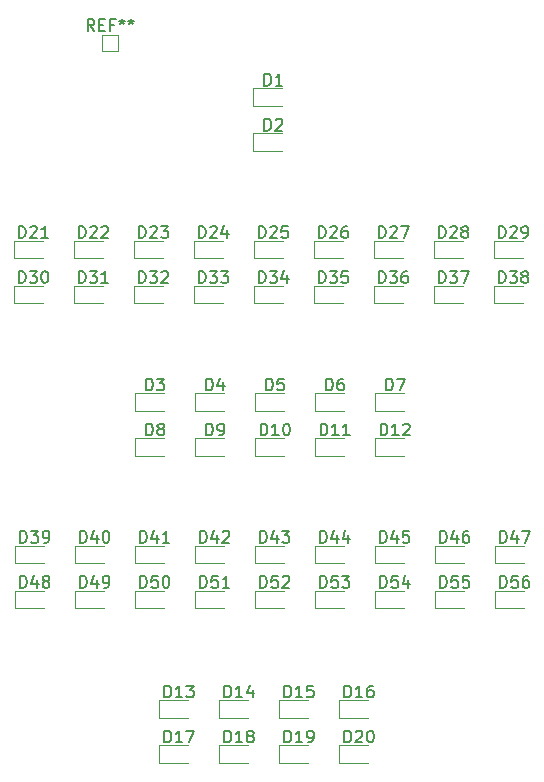
<source format=gbr>
%TF.GenerationSoftware,KiCad,Pcbnew,(6.0.2)*%
%TF.CreationDate,2022-03-28T13:54:43-07:00*%
%TF.ProjectId,i-fucking-love-fucking-you,692d6675-636b-4696-9e67-2d6c6f76652d,rev?*%
%TF.SameCoordinates,Original*%
%TF.FileFunction,Legend,Top*%
%TF.FilePolarity,Positive*%
%FSLAX46Y46*%
G04 Gerber Fmt 4.6, Leading zero omitted, Abs format (unit mm)*
G04 Created by KiCad (PCBNEW (6.0.2)) date 2022-03-28 13:54:43*
%MOMM*%
%LPD*%
G01*
G04 APERTURE LIST*
%ADD10C,0.150000*%
%ADD11C,0.120000*%
G04 APERTURE END LIST*
D10*
%TO.C,*%
%TO.C,D54*%
X179465714Y-192567097D02*
X179465714Y-191567097D01*
X179703809Y-191567097D01*
X179846666Y-191614717D01*
X179941904Y-191709955D01*
X179989523Y-191805193D01*
X180037142Y-191995669D01*
X180037142Y-192138526D01*
X179989523Y-192329002D01*
X179941904Y-192424240D01*
X179846666Y-192519478D01*
X179703809Y-192567097D01*
X179465714Y-192567097D01*
X180941904Y-191567097D02*
X180465714Y-191567097D01*
X180418095Y-192043288D01*
X180465714Y-191995669D01*
X180560952Y-191948050D01*
X180799047Y-191948050D01*
X180894285Y-191995669D01*
X180941904Y-192043288D01*
X180989523Y-192138526D01*
X180989523Y-192376621D01*
X180941904Y-192471859D01*
X180894285Y-192519478D01*
X180799047Y-192567097D01*
X180560952Y-192567097D01*
X180465714Y-192519478D01*
X180418095Y-192471859D01*
X181846666Y-191900431D02*
X181846666Y-192567097D01*
X181608571Y-191519478D02*
X181370476Y-192233764D01*
X181989523Y-192233764D01*
%TO.C,D34*%
X169205714Y-166757097D02*
X169205714Y-165757097D01*
X169443809Y-165757097D01*
X169586666Y-165804717D01*
X169681904Y-165899955D01*
X169729523Y-165995193D01*
X169777142Y-166185669D01*
X169777142Y-166328526D01*
X169729523Y-166519002D01*
X169681904Y-166614240D01*
X169586666Y-166709478D01*
X169443809Y-166757097D01*
X169205714Y-166757097D01*
X170110476Y-165757097D02*
X170729523Y-165757097D01*
X170396190Y-166138050D01*
X170539047Y-166138050D01*
X170634285Y-166185669D01*
X170681904Y-166233288D01*
X170729523Y-166328526D01*
X170729523Y-166566621D01*
X170681904Y-166661859D01*
X170634285Y-166709478D01*
X170539047Y-166757097D01*
X170253333Y-166757097D01*
X170158095Y-166709478D01*
X170110476Y-166661859D01*
X171586666Y-166090431D02*
X171586666Y-166757097D01*
X171348571Y-165709478D02*
X171110476Y-166423764D01*
X171729523Y-166423764D01*
%TO.C,REF\u002A\u002A*%
X155266666Y-145439097D02*
X154933333Y-144962907D01*
X154695238Y-145439097D02*
X154695238Y-144439097D01*
X155076190Y-144439097D01*
X155171428Y-144486717D01*
X155219047Y-144534336D01*
X155266666Y-144629574D01*
X155266666Y-144772431D01*
X155219047Y-144867669D01*
X155171428Y-144915288D01*
X155076190Y-144962907D01*
X154695238Y-144962907D01*
X155695238Y-144915288D02*
X156028571Y-144915288D01*
X156171428Y-145439097D02*
X155695238Y-145439097D01*
X155695238Y-144439097D01*
X156171428Y-144439097D01*
X156933333Y-144915288D02*
X156600000Y-144915288D01*
X156600000Y-145439097D02*
X156600000Y-144439097D01*
X157076190Y-144439097D01*
X157600000Y-144439097D02*
X157600000Y-144677193D01*
X157361904Y-144581955D02*
X157600000Y-144677193D01*
X157838095Y-144581955D01*
X157457142Y-144867669D02*
X157600000Y-144677193D01*
X157742857Y-144867669D01*
X158361904Y-144439097D02*
X158361904Y-144677193D01*
X158123809Y-144581955D02*
X158361904Y-144677193D01*
X158600000Y-144581955D01*
X158219047Y-144867669D02*
X158361904Y-144677193D01*
X158504761Y-144867669D01*
%TO.C,D20*%
X176445714Y-205667097D02*
X176445714Y-204667097D01*
X176683809Y-204667097D01*
X176826666Y-204714717D01*
X176921904Y-204809955D01*
X176969523Y-204905193D01*
X177017142Y-205095669D01*
X177017142Y-205238526D01*
X176969523Y-205429002D01*
X176921904Y-205524240D01*
X176826666Y-205619478D01*
X176683809Y-205667097D01*
X176445714Y-205667097D01*
X177398095Y-204762336D02*
X177445714Y-204714717D01*
X177540952Y-204667097D01*
X177779047Y-204667097D01*
X177874285Y-204714717D01*
X177921904Y-204762336D01*
X177969523Y-204857574D01*
X177969523Y-204952812D01*
X177921904Y-205095669D01*
X177350476Y-205667097D01*
X177969523Y-205667097D01*
X178588571Y-204667097D02*
X178683809Y-204667097D01*
X178779047Y-204714717D01*
X178826666Y-204762336D01*
X178874285Y-204857574D01*
X178921904Y-205048050D01*
X178921904Y-205286145D01*
X178874285Y-205476621D01*
X178826666Y-205571859D01*
X178779047Y-205619478D01*
X178683809Y-205667097D01*
X178588571Y-205667097D01*
X178493333Y-205619478D01*
X178445714Y-205571859D01*
X178398095Y-205476621D01*
X178350476Y-205286145D01*
X178350476Y-205048050D01*
X178398095Y-204857574D01*
X178445714Y-204762336D01*
X178493333Y-204714717D01*
X178588571Y-204667097D01*
%TO.C,D44*%
X174385714Y-188757097D02*
X174385714Y-187757097D01*
X174623809Y-187757097D01*
X174766666Y-187804717D01*
X174861904Y-187899955D01*
X174909523Y-187995193D01*
X174957142Y-188185669D01*
X174957142Y-188328526D01*
X174909523Y-188519002D01*
X174861904Y-188614240D01*
X174766666Y-188709478D01*
X174623809Y-188757097D01*
X174385714Y-188757097D01*
X175814285Y-188090431D02*
X175814285Y-188757097D01*
X175576190Y-187709478D02*
X175338095Y-188423764D01*
X175957142Y-188423764D01*
X176766666Y-188090431D02*
X176766666Y-188757097D01*
X176528571Y-187709478D02*
X176290476Y-188423764D01*
X176909523Y-188423764D01*
%TO.C,D49*%
X154065714Y-192567097D02*
X154065714Y-191567097D01*
X154303809Y-191567097D01*
X154446666Y-191614717D01*
X154541904Y-191709955D01*
X154589523Y-191805193D01*
X154637142Y-191995669D01*
X154637142Y-192138526D01*
X154589523Y-192329002D01*
X154541904Y-192424240D01*
X154446666Y-192519478D01*
X154303809Y-192567097D01*
X154065714Y-192567097D01*
X155494285Y-191900431D02*
X155494285Y-192567097D01*
X155256190Y-191519478D02*
X155018095Y-192233764D01*
X155637142Y-192233764D01*
X156065714Y-192567097D02*
X156256190Y-192567097D01*
X156351428Y-192519478D01*
X156399047Y-192471859D01*
X156494285Y-192329002D01*
X156541904Y-192138526D01*
X156541904Y-191757574D01*
X156494285Y-191662336D01*
X156446666Y-191614717D01*
X156351428Y-191567097D01*
X156160952Y-191567097D01*
X156065714Y-191614717D01*
X156018095Y-191662336D01*
X155970476Y-191757574D01*
X155970476Y-191995669D01*
X156018095Y-192090907D01*
X156065714Y-192138526D01*
X156160952Y-192186145D01*
X156351428Y-192186145D01*
X156446666Y-192138526D01*
X156494285Y-192090907D01*
X156541904Y-191995669D01*
%TO.C,D10*%
X169345714Y-179667097D02*
X169345714Y-178667097D01*
X169583809Y-178667097D01*
X169726666Y-178714717D01*
X169821904Y-178809955D01*
X169869523Y-178905193D01*
X169917142Y-179095669D01*
X169917142Y-179238526D01*
X169869523Y-179429002D01*
X169821904Y-179524240D01*
X169726666Y-179619478D01*
X169583809Y-179667097D01*
X169345714Y-179667097D01*
X170869523Y-179667097D02*
X170298095Y-179667097D01*
X170583809Y-179667097D02*
X170583809Y-178667097D01*
X170488571Y-178809955D01*
X170393333Y-178905193D01*
X170298095Y-178952812D01*
X171488571Y-178667097D02*
X171583809Y-178667097D01*
X171679047Y-178714717D01*
X171726666Y-178762336D01*
X171774285Y-178857574D01*
X171821904Y-179048050D01*
X171821904Y-179286145D01*
X171774285Y-179476621D01*
X171726666Y-179571859D01*
X171679047Y-179619478D01*
X171583809Y-179667097D01*
X171488571Y-179667097D01*
X171393333Y-179619478D01*
X171345714Y-179571859D01*
X171298095Y-179476621D01*
X171250476Y-179286145D01*
X171250476Y-179048050D01*
X171298095Y-178857574D01*
X171345714Y-178762336D01*
X171393333Y-178714717D01*
X171488571Y-178667097D01*
%TO.C,*%
%TO.C,D28*%
X184445714Y-162947097D02*
X184445714Y-161947097D01*
X184683809Y-161947097D01*
X184826666Y-161994717D01*
X184921904Y-162089955D01*
X184969523Y-162185193D01*
X185017142Y-162375669D01*
X185017142Y-162518526D01*
X184969523Y-162709002D01*
X184921904Y-162804240D01*
X184826666Y-162899478D01*
X184683809Y-162947097D01*
X184445714Y-162947097D01*
X185398095Y-162042336D02*
X185445714Y-161994717D01*
X185540952Y-161947097D01*
X185779047Y-161947097D01*
X185874285Y-161994717D01*
X185921904Y-162042336D01*
X185969523Y-162137574D01*
X185969523Y-162232812D01*
X185921904Y-162375669D01*
X185350476Y-162947097D01*
X185969523Y-162947097D01*
X186540952Y-162375669D02*
X186445714Y-162328050D01*
X186398095Y-162280431D01*
X186350476Y-162185193D01*
X186350476Y-162137574D01*
X186398095Y-162042336D01*
X186445714Y-161994717D01*
X186540952Y-161947097D01*
X186731428Y-161947097D01*
X186826666Y-161994717D01*
X186874285Y-162042336D01*
X186921904Y-162137574D01*
X186921904Y-162185193D01*
X186874285Y-162280431D01*
X186826666Y-162328050D01*
X186731428Y-162375669D01*
X186540952Y-162375669D01*
X186445714Y-162423288D01*
X186398095Y-162470907D01*
X186350476Y-162566145D01*
X186350476Y-162756621D01*
X186398095Y-162851859D01*
X186445714Y-162899478D01*
X186540952Y-162947097D01*
X186731428Y-162947097D01*
X186826666Y-162899478D01*
X186874285Y-162851859D01*
X186921904Y-162756621D01*
X186921904Y-162566145D01*
X186874285Y-162470907D01*
X186826666Y-162423288D01*
X186731428Y-162375669D01*
%TO.C,D25*%
X169205714Y-162947097D02*
X169205714Y-161947097D01*
X169443809Y-161947097D01*
X169586666Y-161994717D01*
X169681904Y-162089955D01*
X169729523Y-162185193D01*
X169777142Y-162375669D01*
X169777142Y-162518526D01*
X169729523Y-162709002D01*
X169681904Y-162804240D01*
X169586666Y-162899478D01*
X169443809Y-162947097D01*
X169205714Y-162947097D01*
X170158095Y-162042336D02*
X170205714Y-161994717D01*
X170300952Y-161947097D01*
X170539047Y-161947097D01*
X170634285Y-161994717D01*
X170681904Y-162042336D01*
X170729523Y-162137574D01*
X170729523Y-162232812D01*
X170681904Y-162375669D01*
X170110476Y-162947097D01*
X170729523Y-162947097D01*
X171634285Y-161947097D02*
X171158095Y-161947097D01*
X171110476Y-162423288D01*
X171158095Y-162375669D01*
X171253333Y-162328050D01*
X171491428Y-162328050D01*
X171586666Y-162375669D01*
X171634285Y-162423288D01*
X171681904Y-162518526D01*
X171681904Y-162756621D01*
X171634285Y-162851859D01*
X171586666Y-162899478D01*
X171491428Y-162947097D01*
X171253333Y-162947097D01*
X171158095Y-162899478D01*
X171110476Y-162851859D01*
%TO.C,D43*%
X169305714Y-188757097D02*
X169305714Y-187757097D01*
X169543809Y-187757097D01*
X169686666Y-187804717D01*
X169781904Y-187899955D01*
X169829523Y-187995193D01*
X169877142Y-188185669D01*
X169877142Y-188328526D01*
X169829523Y-188519002D01*
X169781904Y-188614240D01*
X169686666Y-188709478D01*
X169543809Y-188757097D01*
X169305714Y-188757097D01*
X170734285Y-188090431D02*
X170734285Y-188757097D01*
X170496190Y-187709478D02*
X170258095Y-188423764D01*
X170877142Y-188423764D01*
X171162857Y-187757097D02*
X171781904Y-187757097D01*
X171448571Y-188138050D01*
X171591428Y-188138050D01*
X171686666Y-188185669D01*
X171734285Y-188233288D01*
X171781904Y-188328526D01*
X171781904Y-188566621D01*
X171734285Y-188661859D01*
X171686666Y-188709478D01*
X171591428Y-188757097D01*
X171305714Y-188757097D01*
X171210476Y-188709478D01*
X171162857Y-188661859D01*
%TO.C,*%
%TO.C,D31*%
X153965714Y-166757097D02*
X153965714Y-165757097D01*
X154203809Y-165757097D01*
X154346666Y-165804717D01*
X154441904Y-165899955D01*
X154489523Y-165995193D01*
X154537142Y-166185669D01*
X154537142Y-166328526D01*
X154489523Y-166519002D01*
X154441904Y-166614240D01*
X154346666Y-166709478D01*
X154203809Y-166757097D01*
X153965714Y-166757097D01*
X154870476Y-165757097D02*
X155489523Y-165757097D01*
X155156190Y-166138050D01*
X155299047Y-166138050D01*
X155394285Y-166185669D01*
X155441904Y-166233288D01*
X155489523Y-166328526D01*
X155489523Y-166566621D01*
X155441904Y-166661859D01*
X155394285Y-166709478D01*
X155299047Y-166757097D01*
X155013333Y-166757097D01*
X154918095Y-166709478D01*
X154870476Y-166661859D01*
X156441904Y-166757097D02*
X155870476Y-166757097D01*
X156156190Y-166757097D02*
X156156190Y-165757097D01*
X156060952Y-165899955D01*
X155965714Y-165995193D01*
X155870476Y-166042812D01*
%TO.C,*%
%TO.C,D6*%
X174901904Y-175857097D02*
X174901904Y-174857097D01*
X175140000Y-174857097D01*
X175282857Y-174904717D01*
X175378095Y-174999955D01*
X175425714Y-175095193D01*
X175473333Y-175285669D01*
X175473333Y-175428526D01*
X175425714Y-175619002D01*
X175378095Y-175714240D01*
X175282857Y-175809478D01*
X175140000Y-175857097D01*
X174901904Y-175857097D01*
X176330476Y-174857097D02*
X176140000Y-174857097D01*
X176044761Y-174904717D01*
X175997142Y-174952336D01*
X175901904Y-175095193D01*
X175854285Y-175285669D01*
X175854285Y-175666621D01*
X175901904Y-175761859D01*
X175949523Y-175809478D01*
X176044761Y-175857097D01*
X176235238Y-175857097D01*
X176330476Y-175809478D01*
X176378095Y-175761859D01*
X176425714Y-175666621D01*
X176425714Y-175428526D01*
X176378095Y-175333288D01*
X176330476Y-175285669D01*
X176235238Y-175238050D01*
X176044761Y-175238050D01*
X175949523Y-175285669D01*
X175901904Y-175333288D01*
X175854285Y-175428526D01*
%TO.C,D29*%
X189525714Y-162947097D02*
X189525714Y-161947097D01*
X189763809Y-161947097D01*
X189906666Y-161994717D01*
X190001904Y-162089955D01*
X190049523Y-162185193D01*
X190097142Y-162375669D01*
X190097142Y-162518526D01*
X190049523Y-162709002D01*
X190001904Y-162804240D01*
X189906666Y-162899478D01*
X189763809Y-162947097D01*
X189525714Y-162947097D01*
X190478095Y-162042336D02*
X190525714Y-161994717D01*
X190620952Y-161947097D01*
X190859047Y-161947097D01*
X190954285Y-161994717D01*
X191001904Y-162042336D01*
X191049523Y-162137574D01*
X191049523Y-162232812D01*
X191001904Y-162375669D01*
X190430476Y-162947097D01*
X191049523Y-162947097D01*
X191525714Y-162947097D02*
X191716190Y-162947097D01*
X191811428Y-162899478D01*
X191859047Y-162851859D01*
X191954285Y-162709002D01*
X192001904Y-162518526D01*
X192001904Y-162137574D01*
X191954285Y-162042336D01*
X191906666Y-161994717D01*
X191811428Y-161947097D01*
X191620952Y-161947097D01*
X191525714Y-161994717D01*
X191478095Y-162042336D01*
X191430476Y-162137574D01*
X191430476Y-162375669D01*
X191478095Y-162470907D01*
X191525714Y-162518526D01*
X191620952Y-162566145D01*
X191811428Y-162566145D01*
X191906666Y-162518526D01*
X191954285Y-162470907D01*
X192001904Y-162375669D01*
%TO.C,D1*%
X169661904Y-150057097D02*
X169661904Y-149057097D01*
X169900000Y-149057097D01*
X170042857Y-149104717D01*
X170138095Y-149199955D01*
X170185714Y-149295193D01*
X170233333Y-149485669D01*
X170233333Y-149628526D01*
X170185714Y-149819002D01*
X170138095Y-149914240D01*
X170042857Y-150009478D01*
X169900000Y-150057097D01*
X169661904Y-150057097D01*
X171185714Y-150057097D02*
X170614285Y-150057097D01*
X170900000Y-150057097D02*
X170900000Y-149057097D01*
X170804761Y-149199955D01*
X170709523Y-149295193D01*
X170614285Y-149342812D01*
%TO.C,*%
%TO.C,D3*%
X159661904Y-175857097D02*
X159661904Y-174857097D01*
X159900000Y-174857097D01*
X160042857Y-174904717D01*
X160138095Y-174999955D01*
X160185714Y-175095193D01*
X160233333Y-175285669D01*
X160233333Y-175428526D01*
X160185714Y-175619002D01*
X160138095Y-175714240D01*
X160042857Y-175809478D01*
X159900000Y-175857097D01*
X159661904Y-175857097D01*
X160566666Y-174857097D02*
X161185714Y-174857097D01*
X160852380Y-175238050D01*
X160995238Y-175238050D01*
X161090476Y-175285669D01*
X161138095Y-175333288D01*
X161185714Y-175428526D01*
X161185714Y-175666621D01*
X161138095Y-175761859D01*
X161090476Y-175809478D01*
X160995238Y-175857097D01*
X160709523Y-175857097D01*
X160614285Y-175809478D01*
X160566666Y-175761859D01*
%TO.C,*%
%TO.C,D33*%
X164125714Y-166757097D02*
X164125714Y-165757097D01*
X164363809Y-165757097D01*
X164506666Y-165804717D01*
X164601904Y-165899955D01*
X164649523Y-165995193D01*
X164697142Y-166185669D01*
X164697142Y-166328526D01*
X164649523Y-166519002D01*
X164601904Y-166614240D01*
X164506666Y-166709478D01*
X164363809Y-166757097D01*
X164125714Y-166757097D01*
X165030476Y-165757097D02*
X165649523Y-165757097D01*
X165316190Y-166138050D01*
X165459047Y-166138050D01*
X165554285Y-166185669D01*
X165601904Y-166233288D01*
X165649523Y-166328526D01*
X165649523Y-166566621D01*
X165601904Y-166661859D01*
X165554285Y-166709478D01*
X165459047Y-166757097D01*
X165173333Y-166757097D01*
X165078095Y-166709478D01*
X165030476Y-166661859D01*
X165982857Y-165757097D02*
X166601904Y-165757097D01*
X166268571Y-166138050D01*
X166411428Y-166138050D01*
X166506666Y-166185669D01*
X166554285Y-166233288D01*
X166601904Y-166328526D01*
X166601904Y-166566621D01*
X166554285Y-166661859D01*
X166506666Y-166709478D01*
X166411428Y-166757097D01*
X166125714Y-166757097D01*
X166030476Y-166709478D01*
X165982857Y-166661859D01*
%TO.C,D52*%
X169305714Y-192567097D02*
X169305714Y-191567097D01*
X169543809Y-191567097D01*
X169686666Y-191614717D01*
X169781904Y-191709955D01*
X169829523Y-191805193D01*
X169877142Y-191995669D01*
X169877142Y-192138526D01*
X169829523Y-192329002D01*
X169781904Y-192424240D01*
X169686666Y-192519478D01*
X169543809Y-192567097D01*
X169305714Y-192567097D01*
X170781904Y-191567097D02*
X170305714Y-191567097D01*
X170258095Y-192043288D01*
X170305714Y-191995669D01*
X170400952Y-191948050D01*
X170639047Y-191948050D01*
X170734285Y-191995669D01*
X170781904Y-192043288D01*
X170829523Y-192138526D01*
X170829523Y-192376621D01*
X170781904Y-192471859D01*
X170734285Y-192519478D01*
X170639047Y-192567097D01*
X170400952Y-192567097D01*
X170305714Y-192519478D01*
X170258095Y-192471859D01*
X171210476Y-191662336D02*
X171258095Y-191614717D01*
X171353333Y-191567097D01*
X171591428Y-191567097D01*
X171686666Y-191614717D01*
X171734285Y-191662336D01*
X171781904Y-191757574D01*
X171781904Y-191852812D01*
X171734285Y-191995669D01*
X171162857Y-192567097D01*
X171781904Y-192567097D01*
%TO.C,D21*%
X148885714Y-162947097D02*
X148885714Y-161947097D01*
X149123809Y-161947097D01*
X149266666Y-161994717D01*
X149361904Y-162089955D01*
X149409523Y-162185193D01*
X149457142Y-162375669D01*
X149457142Y-162518526D01*
X149409523Y-162709002D01*
X149361904Y-162804240D01*
X149266666Y-162899478D01*
X149123809Y-162947097D01*
X148885714Y-162947097D01*
X149838095Y-162042336D02*
X149885714Y-161994717D01*
X149980952Y-161947097D01*
X150219047Y-161947097D01*
X150314285Y-161994717D01*
X150361904Y-162042336D01*
X150409523Y-162137574D01*
X150409523Y-162232812D01*
X150361904Y-162375669D01*
X149790476Y-162947097D01*
X150409523Y-162947097D01*
X151361904Y-162947097D02*
X150790476Y-162947097D01*
X151076190Y-162947097D02*
X151076190Y-161947097D01*
X150980952Y-162089955D01*
X150885714Y-162185193D01*
X150790476Y-162232812D01*
%TO.C,D12*%
X179505714Y-179667097D02*
X179505714Y-178667097D01*
X179743809Y-178667097D01*
X179886666Y-178714717D01*
X179981904Y-178809955D01*
X180029523Y-178905193D01*
X180077142Y-179095669D01*
X180077142Y-179238526D01*
X180029523Y-179429002D01*
X179981904Y-179524240D01*
X179886666Y-179619478D01*
X179743809Y-179667097D01*
X179505714Y-179667097D01*
X181029523Y-179667097D02*
X180458095Y-179667097D01*
X180743809Y-179667097D02*
X180743809Y-178667097D01*
X180648571Y-178809955D01*
X180553333Y-178905193D01*
X180458095Y-178952812D01*
X181410476Y-178762336D02*
X181458095Y-178714717D01*
X181553333Y-178667097D01*
X181791428Y-178667097D01*
X181886666Y-178714717D01*
X181934285Y-178762336D01*
X181981904Y-178857574D01*
X181981904Y-178952812D01*
X181934285Y-179095669D01*
X181362857Y-179667097D01*
X181981904Y-179667097D01*
%TO.C,D45*%
X179465714Y-188757097D02*
X179465714Y-187757097D01*
X179703809Y-187757097D01*
X179846666Y-187804717D01*
X179941904Y-187899955D01*
X179989523Y-187995193D01*
X180037142Y-188185669D01*
X180037142Y-188328526D01*
X179989523Y-188519002D01*
X179941904Y-188614240D01*
X179846666Y-188709478D01*
X179703809Y-188757097D01*
X179465714Y-188757097D01*
X180894285Y-188090431D02*
X180894285Y-188757097D01*
X180656190Y-187709478D02*
X180418095Y-188423764D01*
X181037142Y-188423764D01*
X181894285Y-187757097D02*
X181418095Y-187757097D01*
X181370476Y-188233288D01*
X181418095Y-188185669D01*
X181513333Y-188138050D01*
X181751428Y-188138050D01*
X181846666Y-188185669D01*
X181894285Y-188233288D01*
X181941904Y-188328526D01*
X181941904Y-188566621D01*
X181894285Y-188661859D01*
X181846666Y-188709478D01*
X181751428Y-188757097D01*
X181513333Y-188757097D01*
X181418095Y-188709478D01*
X181370476Y-188661859D01*
%TO.C,D55*%
X184545714Y-192567097D02*
X184545714Y-191567097D01*
X184783809Y-191567097D01*
X184926666Y-191614717D01*
X185021904Y-191709955D01*
X185069523Y-191805193D01*
X185117142Y-191995669D01*
X185117142Y-192138526D01*
X185069523Y-192329002D01*
X185021904Y-192424240D01*
X184926666Y-192519478D01*
X184783809Y-192567097D01*
X184545714Y-192567097D01*
X186021904Y-191567097D02*
X185545714Y-191567097D01*
X185498095Y-192043288D01*
X185545714Y-191995669D01*
X185640952Y-191948050D01*
X185879047Y-191948050D01*
X185974285Y-191995669D01*
X186021904Y-192043288D01*
X186069523Y-192138526D01*
X186069523Y-192376621D01*
X186021904Y-192471859D01*
X185974285Y-192519478D01*
X185879047Y-192567097D01*
X185640952Y-192567097D01*
X185545714Y-192519478D01*
X185498095Y-192471859D01*
X186974285Y-191567097D02*
X186498095Y-191567097D01*
X186450476Y-192043288D01*
X186498095Y-191995669D01*
X186593333Y-191948050D01*
X186831428Y-191948050D01*
X186926666Y-191995669D01*
X186974285Y-192043288D01*
X187021904Y-192138526D01*
X187021904Y-192376621D01*
X186974285Y-192471859D01*
X186926666Y-192519478D01*
X186831428Y-192567097D01*
X186593333Y-192567097D01*
X186498095Y-192519478D01*
X186450476Y-192471859D01*
%TO.C,D40*%
X154065714Y-188757097D02*
X154065714Y-187757097D01*
X154303809Y-187757097D01*
X154446666Y-187804717D01*
X154541904Y-187899955D01*
X154589523Y-187995193D01*
X154637142Y-188185669D01*
X154637142Y-188328526D01*
X154589523Y-188519002D01*
X154541904Y-188614240D01*
X154446666Y-188709478D01*
X154303809Y-188757097D01*
X154065714Y-188757097D01*
X155494285Y-188090431D02*
X155494285Y-188757097D01*
X155256190Y-187709478D02*
X155018095Y-188423764D01*
X155637142Y-188423764D01*
X156208571Y-187757097D02*
X156303809Y-187757097D01*
X156399047Y-187804717D01*
X156446666Y-187852336D01*
X156494285Y-187947574D01*
X156541904Y-188138050D01*
X156541904Y-188376145D01*
X156494285Y-188566621D01*
X156446666Y-188661859D01*
X156399047Y-188709478D01*
X156303809Y-188757097D01*
X156208571Y-188757097D01*
X156113333Y-188709478D01*
X156065714Y-188661859D01*
X156018095Y-188566621D01*
X155970476Y-188376145D01*
X155970476Y-188138050D01*
X156018095Y-187947574D01*
X156065714Y-187852336D01*
X156113333Y-187804717D01*
X156208571Y-187757097D01*
%TO.C,D39*%
X148985714Y-188757097D02*
X148985714Y-187757097D01*
X149223809Y-187757097D01*
X149366666Y-187804717D01*
X149461904Y-187899955D01*
X149509523Y-187995193D01*
X149557142Y-188185669D01*
X149557142Y-188328526D01*
X149509523Y-188519002D01*
X149461904Y-188614240D01*
X149366666Y-188709478D01*
X149223809Y-188757097D01*
X148985714Y-188757097D01*
X149890476Y-187757097D02*
X150509523Y-187757097D01*
X150176190Y-188138050D01*
X150319047Y-188138050D01*
X150414285Y-188185669D01*
X150461904Y-188233288D01*
X150509523Y-188328526D01*
X150509523Y-188566621D01*
X150461904Y-188661859D01*
X150414285Y-188709478D01*
X150319047Y-188757097D01*
X150033333Y-188757097D01*
X149938095Y-188709478D01*
X149890476Y-188661859D01*
X150985714Y-188757097D02*
X151176190Y-188757097D01*
X151271428Y-188709478D01*
X151319047Y-188661859D01*
X151414285Y-188519002D01*
X151461904Y-188328526D01*
X151461904Y-187947574D01*
X151414285Y-187852336D01*
X151366666Y-187804717D01*
X151271428Y-187757097D01*
X151080952Y-187757097D01*
X150985714Y-187804717D01*
X150938095Y-187852336D01*
X150890476Y-187947574D01*
X150890476Y-188185669D01*
X150938095Y-188280907D01*
X150985714Y-188328526D01*
X151080952Y-188376145D01*
X151271428Y-188376145D01*
X151366666Y-188328526D01*
X151414285Y-188280907D01*
X151461904Y-188185669D01*
%TO.C,*%
%TO.C,D14*%
X166285714Y-201857097D02*
X166285714Y-200857097D01*
X166523809Y-200857097D01*
X166666666Y-200904717D01*
X166761904Y-200999955D01*
X166809523Y-201095193D01*
X166857142Y-201285669D01*
X166857142Y-201428526D01*
X166809523Y-201619002D01*
X166761904Y-201714240D01*
X166666666Y-201809478D01*
X166523809Y-201857097D01*
X166285714Y-201857097D01*
X167809523Y-201857097D02*
X167238095Y-201857097D01*
X167523809Y-201857097D02*
X167523809Y-200857097D01*
X167428571Y-200999955D01*
X167333333Y-201095193D01*
X167238095Y-201142812D01*
X168666666Y-201190431D02*
X168666666Y-201857097D01*
X168428571Y-200809478D02*
X168190476Y-201523764D01*
X168809523Y-201523764D01*
%TO.C,D18*%
X166285714Y-205667097D02*
X166285714Y-204667097D01*
X166523809Y-204667097D01*
X166666666Y-204714717D01*
X166761904Y-204809955D01*
X166809523Y-204905193D01*
X166857142Y-205095669D01*
X166857142Y-205238526D01*
X166809523Y-205429002D01*
X166761904Y-205524240D01*
X166666666Y-205619478D01*
X166523809Y-205667097D01*
X166285714Y-205667097D01*
X167809523Y-205667097D02*
X167238095Y-205667097D01*
X167523809Y-205667097D02*
X167523809Y-204667097D01*
X167428571Y-204809955D01*
X167333333Y-204905193D01*
X167238095Y-204952812D01*
X168380952Y-205095669D02*
X168285714Y-205048050D01*
X168238095Y-205000431D01*
X168190476Y-204905193D01*
X168190476Y-204857574D01*
X168238095Y-204762336D01*
X168285714Y-204714717D01*
X168380952Y-204667097D01*
X168571428Y-204667097D01*
X168666666Y-204714717D01*
X168714285Y-204762336D01*
X168761904Y-204857574D01*
X168761904Y-204905193D01*
X168714285Y-205000431D01*
X168666666Y-205048050D01*
X168571428Y-205095669D01*
X168380952Y-205095669D01*
X168285714Y-205143288D01*
X168238095Y-205190907D01*
X168190476Y-205286145D01*
X168190476Y-205476621D01*
X168238095Y-205571859D01*
X168285714Y-205619478D01*
X168380952Y-205667097D01*
X168571428Y-205667097D01*
X168666666Y-205619478D01*
X168714285Y-205571859D01*
X168761904Y-205476621D01*
X168761904Y-205286145D01*
X168714285Y-205190907D01*
X168666666Y-205143288D01*
X168571428Y-205095669D01*
%TO.C,D32*%
X159045714Y-166757097D02*
X159045714Y-165757097D01*
X159283809Y-165757097D01*
X159426666Y-165804717D01*
X159521904Y-165899955D01*
X159569523Y-165995193D01*
X159617142Y-166185669D01*
X159617142Y-166328526D01*
X159569523Y-166519002D01*
X159521904Y-166614240D01*
X159426666Y-166709478D01*
X159283809Y-166757097D01*
X159045714Y-166757097D01*
X159950476Y-165757097D02*
X160569523Y-165757097D01*
X160236190Y-166138050D01*
X160379047Y-166138050D01*
X160474285Y-166185669D01*
X160521904Y-166233288D01*
X160569523Y-166328526D01*
X160569523Y-166566621D01*
X160521904Y-166661859D01*
X160474285Y-166709478D01*
X160379047Y-166757097D01*
X160093333Y-166757097D01*
X159998095Y-166709478D01*
X159950476Y-166661859D01*
X160950476Y-165852336D02*
X160998095Y-165804717D01*
X161093333Y-165757097D01*
X161331428Y-165757097D01*
X161426666Y-165804717D01*
X161474285Y-165852336D01*
X161521904Y-165947574D01*
X161521904Y-166042812D01*
X161474285Y-166185669D01*
X160902857Y-166757097D01*
X161521904Y-166757097D01*
%TO.C,D11*%
X174425714Y-179667097D02*
X174425714Y-178667097D01*
X174663809Y-178667097D01*
X174806666Y-178714717D01*
X174901904Y-178809955D01*
X174949523Y-178905193D01*
X174997142Y-179095669D01*
X174997142Y-179238526D01*
X174949523Y-179429002D01*
X174901904Y-179524240D01*
X174806666Y-179619478D01*
X174663809Y-179667097D01*
X174425714Y-179667097D01*
X175949523Y-179667097D02*
X175378095Y-179667097D01*
X175663809Y-179667097D02*
X175663809Y-178667097D01*
X175568571Y-178809955D01*
X175473333Y-178905193D01*
X175378095Y-178952812D01*
X176901904Y-179667097D02*
X176330476Y-179667097D01*
X176616190Y-179667097D02*
X176616190Y-178667097D01*
X176520952Y-178809955D01*
X176425714Y-178905193D01*
X176330476Y-178952812D01*
%TO.C,D26*%
X174285714Y-162947097D02*
X174285714Y-161947097D01*
X174523809Y-161947097D01*
X174666666Y-161994717D01*
X174761904Y-162089955D01*
X174809523Y-162185193D01*
X174857142Y-162375669D01*
X174857142Y-162518526D01*
X174809523Y-162709002D01*
X174761904Y-162804240D01*
X174666666Y-162899478D01*
X174523809Y-162947097D01*
X174285714Y-162947097D01*
X175238095Y-162042336D02*
X175285714Y-161994717D01*
X175380952Y-161947097D01*
X175619047Y-161947097D01*
X175714285Y-161994717D01*
X175761904Y-162042336D01*
X175809523Y-162137574D01*
X175809523Y-162232812D01*
X175761904Y-162375669D01*
X175190476Y-162947097D01*
X175809523Y-162947097D01*
X176666666Y-161947097D02*
X176476190Y-161947097D01*
X176380952Y-161994717D01*
X176333333Y-162042336D01*
X176238095Y-162185193D01*
X176190476Y-162375669D01*
X176190476Y-162756621D01*
X176238095Y-162851859D01*
X176285714Y-162899478D01*
X176380952Y-162947097D01*
X176571428Y-162947097D01*
X176666666Y-162899478D01*
X176714285Y-162851859D01*
X176761904Y-162756621D01*
X176761904Y-162518526D01*
X176714285Y-162423288D01*
X176666666Y-162375669D01*
X176571428Y-162328050D01*
X176380952Y-162328050D01*
X176285714Y-162375669D01*
X176238095Y-162423288D01*
X176190476Y-162518526D01*
%TO.C,D47*%
X189625714Y-188757097D02*
X189625714Y-187757097D01*
X189863809Y-187757097D01*
X190006666Y-187804717D01*
X190101904Y-187899955D01*
X190149523Y-187995193D01*
X190197142Y-188185669D01*
X190197142Y-188328526D01*
X190149523Y-188519002D01*
X190101904Y-188614240D01*
X190006666Y-188709478D01*
X189863809Y-188757097D01*
X189625714Y-188757097D01*
X191054285Y-188090431D02*
X191054285Y-188757097D01*
X190816190Y-187709478D02*
X190578095Y-188423764D01*
X191197142Y-188423764D01*
X191482857Y-187757097D02*
X192149523Y-187757097D01*
X191720952Y-188757097D01*
%TO.C,D37*%
X184445714Y-166757097D02*
X184445714Y-165757097D01*
X184683809Y-165757097D01*
X184826666Y-165804717D01*
X184921904Y-165899955D01*
X184969523Y-165995193D01*
X185017142Y-166185669D01*
X185017142Y-166328526D01*
X184969523Y-166519002D01*
X184921904Y-166614240D01*
X184826666Y-166709478D01*
X184683809Y-166757097D01*
X184445714Y-166757097D01*
X185350476Y-165757097D02*
X185969523Y-165757097D01*
X185636190Y-166138050D01*
X185779047Y-166138050D01*
X185874285Y-166185669D01*
X185921904Y-166233288D01*
X185969523Y-166328526D01*
X185969523Y-166566621D01*
X185921904Y-166661859D01*
X185874285Y-166709478D01*
X185779047Y-166757097D01*
X185493333Y-166757097D01*
X185398095Y-166709478D01*
X185350476Y-166661859D01*
X186302857Y-165757097D02*
X186969523Y-165757097D01*
X186540952Y-166757097D01*
%TO.C,D46*%
X184545714Y-188757097D02*
X184545714Y-187757097D01*
X184783809Y-187757097D01*
X184926666Y-187804717D01*
X185021904Y-187899955D01*
X185069523Y-187995193D01*
X185117142Y-188185669D01*
X185117142Y-188328526D01*
X185069523Y-188519002D01*
X185021904Y-188614240D01*
X184926666Y-188709478D01*
X184783809Y-188757097D01*
X184545714Y-188757097D01*
X185974285Y-188090431D02*
X185974285Y-188757097D01*
X185736190Y-187709478D02*
X185498095Y-188423764D01*
X186117142Y-188423764D01*
X186926666Y-187757097D02*
X186736190Y-187757097D01*
X186640952Y-187804717D01*
X186593333Y-187852336D01*
X186498095Y-187995193D01*
X186450476Y-188185669D01*
X186450476Y-188566621D01*
X186498095Y-188661859D01*
X186545714Y-188709478D01*
X186640952Y-188757097D01*
X186831428Y-188757097D01*
X186926666Y-188709478D01*
X186974285Y-188661859D01*
X187021904Y-188566621D01*
X187021904Y-188328526D01*
X186974285Y-188233288D01*
X186926666Y-188185669D01*
X186831428Y-188138050D01*
X186640952Y-188138050D01*
X186545714Y-188185669D01*
X186498095Y-188233288D01*
X186450476Y-188328526D01*
%TO.C,D30*%
X148885714Y-166757097D02*
X148885714Y-165757097D01*
X149123809Y-165757097D01*
X149266666Y-165804717D01*
X149361904Y-165899955D01*
X149409523Y-165995193D01*
X149457142Y-166185669D01*
X149457142Y-166328526D01*
X149409523Y-166519002D01*
X149361904Y-166614240D01*
X149266666Y-166709478D01*
X149123809Y-166757097D01*
X148885714Y-166757097D01*
X149790476Y-165757097D02*
X150409523Y-165757097D01*
X150076190Y-166138050D01*
X150219047Y-166138050D01*
X150314285Y-166185669D01*
X150361904Y-166233288D01*
X150409523Y-166328526D01*
X150409523Y-166566621D01*
X150361904Y-166661859D01*
X150314285Y-166709478D01*
X150219047Y-166757097D01*
X149933333Y-166757097D01*
X149838095Y-166709478D01*
X149790476Y-166661859D01*
X151028571Y-165757097D02*
X151123809Y-165757097D01*
X151219047Y-165804717D01*
X151266666Y-165852336D01*
X151314285Y-165947574D01*
X151361904Y-166138050D01*
X151361904Y-166376145D01*
X151314285Y-166566621D01*
X151266666Y-166661859D01*
X151219047Y-166709478D01*
X151123809Y-166757097D01*
X151028571Y-166757097D01*
X150933333Y-166709478D01*
X150885714Y-166661859D01*
X150838095Y-166566621D01*
X150790476Y-166376145D01*
X150790476Y-166138050D01*
X150838095Y-165947574D01*
X150885714Y-165852336D01*
X150933333Y-165804717D01*
X151028571Y-165757097D01*
%TO.C,*%
%TO.C,D38*%
X189525714Y-166757097D02*
X189525714Y-165757097D01*
X189763809Y-165757097D01*
X189906666Y-165804717D01*
X190001904Y-165899955D01*
X190049523Y-165995193D01*
X190097142Y-166185669D01*
X190097142Y-166328526D01*
X190049523Y-166519002D01*
X190001904Y-166614240D01*
X189906666Y-166709478D01*
X189763809Y-166757097D01*
X189525714Y-166757097D01*
X190430476Y-165757097D02*
X191049523Y-165757097D01*
X190716190Y-166138050D01*
X190859047Y-166138050D01*
X190954285Y-166185669D01*
X191001904Y-166233288D01*
X191049523Y-166328526D01*
X191049523Y-166566621D01*
X191001904Y-166661859D01*
X190954285Y-166709478D01*
X190859047Y-166757097D01*
X190573333Y-166757097D01*
X190478095Y-166709478D01*
X190430476Y-166661859D01*
X191620952Y-166185669D02*
X191525714Y-166138050D01*
X191478095Y-166090431D01*
X191430476Y-165995193D01*
X191430476Y-165947574D01*
X191478095Y-165852336D01*
X191525714Y-165804717D01*
X191620952Y-165757097D01*
X191811428Y-165757097D01*
X191906666Y-165804717D01*
X191954285Y-165852336D01*
X192001904Y-165947574D01*
X192001904Y-165995193D01*
X191954285Y-166090431D01*
X191906666Y-166138050D01*
X191811428Y-166185669D01*
X191620952Y-166185669D01*
X191525714Y-166233288D01*
X191478095Y-166280907D01*
X191430476Y-166376145D01*
X191430476Y-166566621D01*
X191478095Y-166661859D01*
X191525714Y-166709478D01*
X191620952Y-166757097D01*
X191811428Y-166757097D01*
X191906666Y-166709478D01*
X191954285Y-166661859D01*
X192001904Y-166566621D01*
X192001904Y-166376145D01*
X191954285Y-166280907D01*
X191906666Y-166233288D01*
X191811428Y-166185669D01*
%TO.C,D5*%
X169821904Y-175857097D02*
X169821904Y-174857097D01*
X170060000Y-174857097D01*
X170202857Y-174904717D01*
X170298095Y-174999955D01*
X170345714Y-175095193D01*
X170393333Y-175285669D01*
X170393333Y-175428526D01*
X170345714Y-175619002D01*
X170298095Y-175714240D01*
X170202857Y-175809478D01*
X170060000Y-175857097D01*
X169821904Y-175857097D01*
X171298095Y-174857097D02*
X170821904Y-174857097D01*
X170774285Y-175333288D01*
X170821904Y-175285669D01*
X170917142Y-175238050D01*
X171155238Y-175238050D01*
X171250476Y-175285669D01*
X171298095Y-175333288D01*
X171345714Y-175428526D01*
X171345714Y-175666621D01*
X171298095Y-175761859D01*
X171250476Y-175809478D01*
X171155238Y-175857097D01*
X170917142Y-175857097D01*
X170821904Y-175809478D01*
X170774285Y-175761859D01*
%TO.C,D23*%
X159045714Y-162947097D02*
X159045714Y-161947097D01*
X159283809Y-161947097D01*
X159426666Y-161994717D01*
X159521904Y-162089955D01*
X159569523Y-162185193D01*
X159617142Y-162375669D01*
X159617142Y-162518526D01*
X159569523Y-162709002D01*
X159521904Y-162804240D01*
X159426666Y-162899478D01*
X159283809Y-162947097D01*
X159045714Y-162947097D01*
X159998095Y-162042336D02*
X160045714Y-161994717D01*
X160140952Y-161947097D01*
X160379047Y-161947097D01*
X160474285Y-161994717D01*
X160521904Y-162042336D01*
X160569523Y-162137574D01*
X160569523Y-162232812D01*
X160521904Y-162375669D01*
X159950476Y-162947097D01*
X160569523Y-162947097D01*
X160902857Y-161947097D02*
X161521904Y-161947097D01*
X161188571Y-162328050D01*
X161331428Y-162328050D01*
X161426666Y-162375669D01*
X161474285Y-162423288D01*
X161521904Y-162518526D01*
X161521904Y-162756621D01*
X161474285Y-162851859D01*
X161426666Y-162899478D01*
X161331428Y-162947097D01*
X161045714Y-162947097D01*
X160950476Y-162899478D01*
X160902857Y-162851859D01*
%TO.C,*%
%TO.C,D56*%
X189625714Y-192567097D02*
X189625714Y-191567097D01*
X189863809Y-191567097D01*
X190006666Y-191614717D01*
X190101904Y-191709955D01*
X190149523Y-191805193D01*
X190197142Y-191995669D01*
X190197142Y-192138526D01*
X190149523Y-192329002D01*
X190101904Y-192424240D01*
X190006666Y-192519478D01*
X189863809Y-192567097D01*
X189625714Y-192567097D01*
X191101904Y-191567097D02*
X190625714Y-191567097D01*
X190578095Y-192043288D01*
X190625714Y-191995669D01*
X190720952Y-191948050D01*
X190959047Y-191948050D01*
X191054285Y-191995669D01*
X191101904Y-192043288D01*
X191149523Y-192138526D01*
X191149523Y-192376621D01*
X191101904Y-192471859D01*
X191054285Y-192519478D01*
X190959047Y-192567097D01*
X190720952Y-192567097D01*
X190625714Y-192519478D01*
X190578095Y-192471859D01*
X192006666Y-191567097D02*
X191816190Y-191567097D01*
X191720952Y-191614717D01*
X191673333Y-191662336D01*
X191578095Y-191805193D01*
X191530476Y-191995669D01*
X191530476Y-192376621D01*
X191578095Y-192471859D01*
X191625714Y-192519478D01*
X191720952Y-192567097D01*
X191911428Y-192567097D01*
X192006666Y-192519478D01*
X192054285Y-192471859D01*
X192101904Y-192376621D01*
X192101904Y-192138526D01*
X192054285Y-192043288D01*
X192006666Y-191995669D01*
X191911428Y-191948050D01*
X191720952Y-191948050D01*
X191625714Y-191995669D01*
X191578095Y-192043288D01*
X191530476Y-192138526D01*
%TO.C,*%
%TO.C,D41*%
X159145714Y-188757097D02*
X159145714Y-187757097D01*
X159383809Y-187757097D01*
X159526666Y-187804717D01*
X159621904Y-187899955D01*
X159669523Y-187995193D01*
X159717142Y-188185669D01*
X159717142Y-188328526D01*
X159669523Y-188519002D01*
X159621904Y-188614240D01*
X159526666Y-188709478D01*
X159383809Y-188757097D01*
X159145714Y-188757097D01*
X160574285Y-188090431D02*
X160574285Y-188757097D01*
X160336190Y-187709478D02*
X160098095Y-188423764D01*
X160717142Y-188423764D01*
X161621904Y-188757097D02*
X161050476Y-188757097D01*
X161336190Y-188757097D02*
X161336190Y-187757097D01*
X161240952Y-187899955D01*
X161145714Y-187995193D01*
X161050476Y-188042812D01*
%TO.C,*%
%TO.C,D22*%
X153965714Y-162947097D02*
X153965714Y-161947097D01*
X154203809Y-161947097D01*
X154346666Y-161994717D01*
X154441904Y-162089955D01*
X154489523Y-162185193D01*
X154537142Y-162375669D01*
X154537142Y-162518526D01*
X154489523Y-162709002D01*
X154441904Y-162804240D01*
X154346666Y-162899478D01*
X154203809Y-162947097D01*
X153965714Y-162947097D01*
X154918095Y-162042336D02*
X154965714Y-161994717D01*
X155060952Y-161947097D01*
X155299047Y-161947097D01*
X155394285Y-161994717D01*
X155441904Y-162042336D01*
X155489523Y-162137574D01*
X155489523Y-162232812D01*
X155441904Y-162375669D01*
X154870476Y-162947097D01*
X155489523Y-162947097D01*
X155870476Y-162042336D02*
X155918095Y-161994717D01*
X156013333Y-161947097D01*
X156251428Y-161947097D01*
X156346666Y-161994717D01*
X156394285Y-162042336D01*
X156441904Y-162137574D01*
X156441904Y-162232812D01*
X156394285Y-162375669D01*
X155822857Y-162947097D01*
X156441904Y-162947097D01*
%TO.C,D17*%
X161205714Y-205667097D02*
X161205714Y-204667097D01*
X161443809Y-204667097D01*
X161586666Y-204714717D01*
X161681904Y-204809955D01*
X161729523Y-204905193D01*
X161777142Y-205095669D01*
X161777142Y-205238526D01*
X161729523Y-205429002D01*
X161681904Y-205524240D01*
X161586666Y-205619478D01*
X161443809Y-205667097D01*
X161205714Y-205667097D01*
X162729523Y-205667097D02*
X162158095Y-205667097D01*
X162443809Y-205667097D02*
X162443809Y-204667097D01*
X162348571Y-204809955D01*
X162253333Y-204905193D01*
X162158095Y-204952812D01*
X163062857Y-204667097D02*
X163729523Y-204667097D01*
X163300952Y-205667097D01*
%TO.C,D53*%
X174385714Y-192567097D02*
X174385714Y-191567097D01*
X174623809Y-191567097D01*
X174766666Y-191614717D01*
X174861904Y-191709955D01*
X174909523Y-191805193D01*
X174957142Y-191995669D01*
X174957142Y-192138526D01*
X174909523Y-192329002D01*
X174861904Y-192424240D01*
X174766666Y-192519478D01*
X174623809Y-192567097D01*
X174385714Y-192567097D01*
X175861904Y-191567097D02*
X175385714Y-191567097D01*
X175338095Y-192043288D01*
X175385714Y-191995669D01*
X175480952Y-191948050D01*
X175719047Y-191948050D01*
X175814285Y-191995669D01*
X175861904Y-192043288D01*
X175909523Y-192138526D01*
X175909523Y-192376621D01*
X175861904Y-192471859D01*
X175814285Y-192519478D01*
X175719047Y-192567097D01*
X175480952Y-192567097D01*
X175385714Y-192519478D01*
X175338095Y-192471859D01*
X176242857Y-191567097D02*
X176861904Y-191567097D01*
X176528571Y-191948050D01*
X176671428Y-191948050D01*
X176766666Y-191995669D01*
X176814285Y-192043288D01*
X176861904Y-192138526D01*
X176861904Y-192376621D01*
X176814285Y-192471859D01*
X176766666Y-192519478D01*
X176671428Y-192567097D01*
X176385714Y-192567097D01*
X176290476Y-192519478D01*
X176242857Y-192471859D01*
%TO.C,D16*%
X176445714Y-201857097D02*
X176445714Y-200857097D01*
X176683809Y-200857097D01*
X176826666Y-200904717D01*
X176921904Y-200999955D01*
X176969523Y-201095193D01*
X177017142Y-201285669D01*
X177017142Y-201428526D01*
X176969523Y-201619002D01*
X176921904Y-201714240D01*
X176826666Y-201809478D01*
X176683809Y-201857097D01*
X176445714Y-201857097D01*
X177969523Y-201857097D02*
X177398095Y-201857097D01*
X177683809Y-201857097D02*
X177683809Y-200857097D01*
X177588571Y-200999955D01*
X177493333Y-201095193D01*
X177398095Y-201142812D01*
X178826666Y-200857097D02*
X178636190Y-200857097D01*
X178540952Y-200904717D01*
X178493333Y-200952336D01*
X178398095Y-201095193D01*
X178350476Y-201285669D01*
X178350476Y-201666621D01*
X178398095Y-201761859D01*
X178445714Y-201809478D01*
X178540952Y-201857097D01*
X178731428Y-201857097D01*
X178826666Y-201809478D01*
X178874285Y-201761859D01*
X178921904Y-201666621D01*
X178921904Y-201428526D01*
X178874285Y-201333288D01*
X178826666Y-201285669D01*
X178731428Y-201238050D01*
X178540952Y-201238050D01*
X178445714Y-201285669D01*
X178398095Y-201333288D01*
X178350476Y-201428526D01*
%TO.C,D51*%
X164225714Y-192567097D02*
X164225714Y-191567097D01*
X164463809Y-191567097D01*
X164606666Y-191614717D01*
X164701904Y-191709955D01*
X164749523Y-191805193D01*
X164797142Y-191995669D01*
X164797142Y-192138526D01*
X164749523Y-192329002D01*
X164701904Y-192424240D01*
X164606666Y-192519478D01*
X164463809Y-192567097D01*
X164225714Y-192567097D01*
X165701904Y-191567097D02*
X165225714Y-191567097D01*
X165178095Y-192043288D01*
X165225714Y-191995669D01*
X165320952Y-191948050D01*
X165559047Y-191948050D01*
X165654285Y-191995669D01*
X165701904Y-192043288D01*
X165749523Y-192138526D01*
X165749523Y-192376621D01*
X165701904Y-192471859D01*
X165654285Y-192519478D01*
X165559047Y-192567097D01*
X165320952Y-192567097D01*
X165225714Y-192519478D01*
X165178095Y-192471859D01*
X166701904Y-192567097D02*
X166130476Y-192567097D01*
X166416190Y-192567097D02*
X166416190Y-191567097D01*
X166320952Y-191709955D01*
X166225714Y-191805193D01*
X166130476Y-191852812D01*
%TO.C,*%
%TO.C,D24*%
X164125714Y-162947097D02*
X164125714Y-161947097D01*
X164363809Y-161947097D01*
X164506666Y-161994717D01*
X164601904Y-162089955D01*
X164649523Y-162185193D01*
X164697142Y-162375669D01*
X164697142Y-162518526D01*
X164649523Y-162709002D01*
X164601904Y-162804240D01*
X164506666Y-162899478D01*
X164363809Y-162947097D01*
X164125714Y-162947097D01*
X165078095Y-162042336D02*
X165125714Y-161994717D01*
X165220952Y-161947097D01*
X165459047Y-161947097D01*
X165554285Y-161994717D01*
X165601904Y-162042336D01*
X165649523Y-162137574D01*
X165649523Y-162232812D01*
X165601904Y-162375669D01*
X165030476Y-162947097D01*
X165649523Y-162947097D01*
X166506666Y-162280431D02*
X166506666Y-162947097D01*
X166268571Y-161899478D02*
X166030476Y-162613764D01*
X166649523Y-162613764D01*
%TO.C,D48*%
X148985714Y-192567097D02*
X148985714Y-191567097D01*
X149223809Y-191567097D01*
X149366666Y-191614717D01*
X149461904Y-191709955D01*
X149509523Y-191805193D01*
X149557142Y-191995669D01*
X149557142Y-192138526D01*
X149509523Y-192329002D01*
X149461904Y-192424240D01*
X149366666Y-192519478D01*
X149223809Y-192567097D01*
X148985714Y-192567097D01*
X150414285Y-191900431D02*
X150414285Y-192567097D01*
X150176190Y-191519478D02*
X149938095Y-192233764D01*
X150557142Y-192233764D01*
X151080952Y-191995669D02*
X150985714Y-191948050D01*
X150938095Y-191900431D01*
X150890476Y-191805193D01*
X150890476Y-191757574D01*
X150938095Y-191662336D01*
X150985714Y-191614717D01*
X151080952Y-191567097D01*
X151271428Y-191567097D01*
X151366666Y-191614717D01*
X151414285Y-191662336D01*
X151461904Y-191757574D01*
X151461904Y-191805193D01*
X151414285Y-191900431D01*
X151366666Y-191948050D01*
X151271428Y-191995669D01*
X151080952Y-191995669D01*
X150985714Y-192043288D01*
X150938095Y-192090907D01*
X150890476Y-192186145D01*
X150890476Y-192376621D01*
X150938095Y-192471859D01*
X150985714Y-192519478D01*
X151080952Y-192567097D01*
X151271428Y-192567097D01*
X151366666Y-192519478D01*
X151414285Y-192471859D01*
X151461904Y-192376621D01*
X151461904Y-192186145D01*
X151414285Y-192090907D01*
X151366666Y-192043288D01*
X151271428Y-191995669D01*
%TO.C,D19*%
X171365714Y-205667097D02*
X171365714Y-204667097D01*
X171603809Y-204667097D01*
X171746666Y-204714717D01*
X171841904Y-204809955D01*
X171889523Y-204905193D01*
X171937142Y-205095669D01*
X171937142Y-205238526D01*
X171889523Y-205429002D01*
X171841904Y-205524240D01*
X171746666Y-205619478D01*
X171603809Y-205667097D01*
X171365714Y-205667097D01*
X172889523Y-205667097D02*
X172318095Y-205667097D01*
X172603809Y-205667097D02*
X172603809Y-204667097D01*
X172508571Y-204809955D01*
X172413333Y-204905193D01*
X172318095Y-204952812D01*
X173365714Y-205667097D02*
X173556190Y-205667097D01*
X173651428Y-205619478D01*
X173699047Y-205571859D01*
X173794285Y-205429002D01*
X173841904Y-205238526D01*
X173841904Y-204857574D01*
X173794285Y-204762336D01*
X173746666Y-204714717D01*
X173651428Y-204667097D01*
X173460952Y-204667097D01*
X173365714Y-204714717D01*
X173318095Y-204762336D01*
X173270476Y-204857574D01*
X173270476Y-205095669D01*
X173318095Y-205190907D01*
X173365714Y-205238526D01*
X173460952Y-205286145D01*
X173651428Y-205286145D01*
X173746666Y-205238526D01*
X173794285Y-205190907D01*
X173841904Y-205095669D01*
%TO.C,D50*%
X159145714Y-192567097D02*
X159145714Y-191567097D01*
X159383809Y-191567097D01*
X159526666Y-191614717D01*
X159621904Y-191709955D01*
X159669523Y-191805193D01*
X159717142Y-191995669D01*
X159717142Y-192138526D01*
X159669523Y-192329002D01*
X159621904Y-192424240D01*
X159526666Y-192519478D01*
X159383809Y-192567097D01*
X159145714Y-192567097D01*
X160621904Y-191567097D02*
X160145714Y-191567097D01*
X160098095Y-192043288D01*
X160145714Y-191995669D01*
X160240952Y-191948050D01*
X160479047Y-191948050D01*
X160574285Y-191995669D01*
X160621904Y-192043288D01*
X160669523Y-192138526D01*
X160669523Y-192376621D01*
X160621904Y-192471859D01*
X160574285Y-192519478D01*
X160479047Y-192567097D01*
X160240952Y-192567097D01*
X160145714Y-192519478D01*
X160098095Y-192471859D01*
X161288571Y-191567097D02*
X161383809Y-191567097D01*
X161479047Y-191614717D01*
X161526666Y-191662336D01*
X161574285Y-191757574D01*
X161621904Y-191948050D01*
X161621904Y-192186145D01*
X161574285Y-192376621D01*
X161526666Y-192471859D01*
X161479047Y-192519478D01*
X161383809Y-192567097D01*
X161288571Y-192567097D01*
X161193333Y-192519478D01*
X161145714Y-192471859D01*
X161098095Y-192376621D01*
X161050476Y-192186145D01*
X161050476Y-191948050D01*
X161098095Y-191757574D01*
X161145714Y-191662336D01*
X161193333Y-191614717D01*
X161288571Y-191567097D01*
%TO.C,D42*%
X164225714Y-188757097D02*
X164225714Y-187757097D01*
X164463809Y-187757097D01*
X164606666Y-187804717D01*
X164701904Y-187899955D01*
X164749523Y-187995193D01*
X164797142Y-188185669D01*
X164797142Y-188328526D01*
X164749523Y-188519002D01*
X164701904Y-188614240D01*
X164606666Y-188709478D01*
X164463809Y-188757097D01*
X164225714Y-188757097D01*
X165654285Y-188090431D02*
X165654285Y-188757097D01*
X165416190Y-187709478D02*
X165178095Y-188423764D01*
X165797142Y-188423764D01*
X166130476Y-187852336D02*
X166178095Y-187804717D01*
X166273333Y-187757097D01*
X166511428Y-187757097D01*
X166606666Y-187804717D01*
X166654285Y-187852336D01*
X166701904Y-187947574D01*
X166701904Y-188042812D01*
X166654285Y-188185669D01*
X166082857Y-188757097D01*
X166701904Y-188757097D01*
%TO.C,D8*%
X159661904Y-179667097D02*
X159661904Y-178667097D01*
X159900000Y-178667097D01*
X160042857Y-178714717D01*
X160138095Y-178809955D01*
X160185714Y-178905193D01*
X160233333Y-179095669D01*
X160233333Y-179238526D01*
X160185714Y-179429002D01*
X160138095Y-179524240D01*
X160042857Y-179619478D01*
X159900000Y-179667097D01*
X159661904Y-179667097D01*
X160804761Y-179095669D02*
X160709523Y-179048050D01*
X160661904Y-179000431D01*
X160614285Y-178905193D01*
X160614285Y-178857574D01*
X160661904Y-178762336D01*
X160709523Y-178714717D01*
X160804761Y-178667097D01*
X160995238Y-178667097D01*
X161090476Y-178714717D01*
X161138095Y-178762336D01*
X161185714Y-178857574D01*
X161185714Y-178905193D01*
X161138095Y-179000431D01*
X161090476Y-179048050D01*
X160995238Y-179095669D01*
X160804761Y-179095669D01*
X160709523Y-179143288D01*
X160661904Y-179190907D01*
X160614285Y-179286145D01*
X160614285Y-179476621D01*
X160661904Y-179571859D01*
X160709523Y-179619478D01*
X160804761Y-179667097D01*
X160995238Y-179667097D01*
X161090476Y-179619478D01*
X161138095Y-179571859D01*
X161185714Y-179476621D01*
X161185714Y-179286145D01*
X161138095Y-179190907D01*
X161090476Y-179143288D01*
X160995238Y-179095669D01*
%TO.C,D27*%
X179365714Y-162947097D02*
X179365714Y-161947097D01*
X179603809Y-161947097D01*
X179746666Y-161994717D01*
X179841904Y-162089955D01*
X179889523Y-162185193D01*
X179937142Y-162375669D01*
X179937142Y-162518526D01*
X179889523Y-162709002D01*
X179841904Y-162804240D01*
X179746666Y-162899478D01*
X179603809Y-162947097D01*
X179365714Y-162947097D01*
X180318095Y-162042336D02*
X180365714Y-161994717D01*
X180460952Y-161947097D01*
X180699047Y-161947097D01*
X180794285Y-161994717D01*
X180841904Y-162042336D01*
X180889523Y-162137574D01*
X180889523Y-162232812D01*
X180841904Y-162375669D01*
X180270476Y-162947097D01*
X180889523Y-162947097D01*
X181222857Y-161947097D02*
X181889523Y-161947097D01*
X181460952Y-162947097D01*
%TO.C,D2*%
X169661904Y-153867097D02*
X169661904Y-152867097D01*
X169900000Y-152867097D01*
X170042857Y-152914717D01*
X170138095Y-153009955D01*
X170185714Y-153105193D01*
X170233333Y-153295669D01*
X170233333Y-153438526D01*
X170185714Y-153629002D01*
X170138095Y-153724240D01*
X170042857Y-153819478D01*
X169900000Y-153867097D01*
X169661904Y-153867097D01*
X170614285Y-152962336D02*
X170661904Y-152914717D01*
X170757142Y-152867097D01*
X170995238Y-152867097D01*
X171090476Y-152914717D01*
X171138095Y-152962336D01*
X171185714Y-153057574D01*
X171185714Y-153152812D01*
X171138095Y-153295669D01*
X170566666Y-153867097D01*
X171185714Y-153867097D01*
%TO.C,D15*%
X171365714Y-201857097D02*
X171365714Y-200857097D01*
X171603809Y-200857097D01*
X171746666Y-200904717D01*
X171841904Y-200999955D01*
X171889523Y-201095193D01*
X171937142Y-201285669D01*
X171937142Y-201428526D01*
X171889523Y-201619002D01*
X171841904Y-201714240D01*
X171746666Y-201809478D01*
X171603809Y-201857097D01*
X171365714Y-201857097D01*
X172889523Y-201857097D02*
X172318095Y-201857097D01*
X172603809Y-201857097D02*
X172603809Y-200857097D01*
X172508571Y-200999955D01*
X172413333Y-201095193D01*
X172318095Y-201142812D01*
X173794285Y-200857097D02*
X173318095Y-200857097D01*
X173270476Y-201333288D01*
X173318095Y-201285669D01*
X173413333Y-201238050D01*
X173651428Y-201238050D01*
X173746666Y-201285669D01*
X173794285Y-201333288D01*
X173841904Y-201428526D01*
X173841904Y-201666621D01*
X173794285Y-201761859D01*
X173746666Y-201809478D01*
X173651428Y-201857097D01*
X173413333Y-201857097D01*
X173318095Y-201809478D01*
X173270476Y-201761859D01*
%TO.C,D4*%
X164741904Y-175857097D02*
X164741904Y-174857097D01*
X164980000Y-174857097D01*
X165122857Y-174904717D01*
X165218095Y-174999955D01*
X165265714Y-175095193D01*
X165313333Y-175285669D01*
X165313333Y-175428526D01*
X165265714Y-175619002D01*
X165218095Y-175714240D01*
X165122857Y-175809478D01*
X164980000Y-175857097D01*
X164741904Y-175857097D01*
X166170476Y-175190431D02*
X166170476Y-175857097D01*
X165932380Y-174809478D02*
X165694285Y-175523764D01*
X166313333Y-175523764D01*
%TO.C,*%
%TO.C,D35*%
X174285714Y-166757097D02*
X174285714Y-165757097D01*
X174523809Y-165757097D01*
X174666666Y-165804717D01*
X174761904Y-165899955D01*
X174809523Y-165995193D01*
X174857142Y-166185669D01*
X174857142Y-166328526D01*
X174809523Y-166519002D01*
X174761904Y-166614240D01*
X174666666Y-166709478D01*
X174523809Y-166757097D01*
X174285714Y-166757097D01*
X175190476Y-165757097D02*
X175809523Y-165757097D01*
X175476190Y-166138050D01*
X175619047Y-166138050D01*
X175714285Y-166185669D01*
X175761904Y-166233288D01*
X175809523Y-166328526D01*
X175809523Y-166566621D01*
X175761904Y-166661859D01*
X175714285Y-166709478D01*
X175619047Y-166757097D01*
X175333333Y-166757097D01*
X175238095Y-166709478D01*
X175190476Y-166661859D01*
X176714285Y-165757097D02*
X176238095Y-165757097D01*
X176190476Y-166233288D01*
X176238095Y-166185669D01*
X176333333Y-166138050D01*
X176571428Y-166138050D01*
X176666666Y-166185669D01*
X176714285Y-166233288D01*
X176761904Y-166328526D01*
X176761904Y-166566621D01*
X176714285Y-166661859D01*
X176666666Y-166709478D01*
X176571428Y-166757097D01*
X176333333Y-166757097D01*
X176238095Y-166709478D01*
X176190476Y-166661859D01*
%TO.C,D9*%
X164741904Y-179667097D02*
X164741904Y-178667097D01*
X164980000Y-178667097D01*
X165122857Y-178714717D01*
X165218095Y-178809955D01*
X165265714Y-178905193D01*
X165313333Y-179095669D01*
X165313333Y-179238526D01*
X165265714Y-179429002D01*
X165218095Y-179524240D01*
X165122857Y-179619478D01*
X164980000Y-179667097D01*
X164741904Y-179667097D01*
X165789523Y-179667097D02*
X165980000Y-179667097D01*
X166075238Y-179619478D01*
X166122857Y-179571859D01*
X166218095Y-179429002D01*
X166265714Y-179238526D01*
X166265714Y-178857574D01*
X166218095Y-178762336D01*
X166170476Y-178714717D01*
X166075238Y-178667097D01*
X165884761Y-178667097D01*
X165789523Y-178714717D01*
X165741904Y-178762336D01*
X165694285Y-178857574D01*
X165694285Y-179095669D01*
X165741904Y-179190907D01*
X165789523Y-179238526D01*
X165884761Y-179286145D01*
X166075238Y-179286145D01*
X166170476Y-179238526D01*
X166218095Y-179190907D01*
X166265714Y-179095669D01*
%TO.C,D7*%
X179981904Y-175857097D02*
X179981904Y-174857097D01*
X180220000Y-174857097D01*
X180362857Y-174904717D01*
X180458095Y-174999955D01*
X180505714Y-175095193D01*
X180553333Y-175285669D01*
X180553333Y-175428526D01*
X180505714Y-175619002D01*
X180458095Y-175714240D01*
X180362857Y-175809478D01*
X180220000Y-175857097D01*
X179981904Y-175857097D01*
X180886666Y-174857097D02*
X181553333Y-174857097D01*
X181124761Y-175857097D01*
%TO.C,D36*%
X179365714Y-166757097D02*
X179365714Y-165757097D01*
X179603809Y-165757097D01*
X179746666Y-165804717D01*
X179841904Y-165899955D01*
X179889523Y-165995193D01*
X179937142Y-166185669D01*
X179937142Y-166328526D01*
X179889523Y-166519002D01*
X179841904Y-166614240D01*
X179746666Y-166709478D01*
X179603809Y-166757097D01*
X179365714Y-166757097D01*
X180270476Y-165757097D02*
X180889523Y-165757097D01*
X180556190Y-166138050D01*
X180699047Y-166138050D01*
X180794285Y-166185669D01*
X180841904Y-166233288D01*
X180889523Y-166328526D01*
X180889523Y-166566621D01*
X180841904Y-166661859D01*
X180794285Y-166709478D01*
X180699047Y-166757097D01*
X180413333Y-166757097D01*
X180318095Y-166709478D01*
X180270476Y-166661859D01*
X181746666Y-165757097D02*
X181556190Y-165757097D01*
X181460952Y-165804717D01*
X181413333Y-165852336D01*
X181318095Y-165995193D01*
X181270476Y-166185669D01*
X181270476Y-166566621D01*
X181318095Y-166661859D01*
X181365714Y-166709478D01*
X181460952Y-166757097D01*
X181651428Y-166757097D01*
X181746666Y-166709478D01*
X181794285Y-166661859D01*
X181841904Y-166566621D01*
X181841904Y-166328526D01*
X181794285Y-166233288D01*
X181746666Y-166185669D01*
X181651428Y-166138050D01*
X181460952Y-166138050D01*
X181365714Y-166185669D01*
X181318095Y-166233288D01*
X181270476Y-166328526D01*
%TO.C,D13*%
X161205714Y-201857097D02*
X161205714Y-200857097D01*
X161443809Y-200857097D01*
X161586666Y-200904717D01*
X161681904Y-200999955D01*
X161729523Y-201095193D01*
X161777142Y-201285669D01*
X161777142Y-201428526D01*
X161729523Y-201619002D01*
X161681904Y-201714240D01*
X161586666Y-201809478D01*
X161443809Y-201857097D01*
X161205714Y-201857097D01*
X162729523Y-201857097D02*
X162158095Y-201857097D01*
X162443809Y-201857097D02*
X162443809Y-200857097D01*
X162348571Y-200999955D01*
X162253333Y-201095193D01*
X162158095Y-201142812D01*
X163062857Y-200857097D02*
X163681904Y-200857097D01*
X163348571Y-201238050D01*
X163491428Y-201238050D01*
X163586666Y-201285669D01*
X163634285Y-201333288D01*
X163681904Y-201428526D01*
X163681904Y-201666621D01*
X163634285Y-201761859D01*
X163586666Y-201809478D01*
X163491428Y-201857097D01*
X163205714Y-201857097D01*
X163110476Y-201809478D01*
X163062857Y-201761859D01*
%TO.C,*%
D11*
%TO.C,D54*%
X181480000Y-192809717D02*
X179020000Y-192809717D01*
X179020000Y-192809717D02*
X179020000Y-194279717D01*
X179020000Y-194279717D02*
X181480000Y-194279717D01*
%TO.C,D34*%
X168760000Y-168469717D02*
X171220000Y-168469717D01*
X168760000Y-166999717D02*
X168760000Y-168469717D01*
X171220000Y-166999717D02*
X168760000Y-166999717D01*
%TO.C,REF\u002A\u002A*%
X155900000Y-147134717D02*
X155900000Y-145734717D01*
X157300000Y-145734717D02*
X157300000Y-147134717D01*
X155900000Y-145734717D02*
X157300000Y-145734717D01*
X157300000Y-147134717D02*
X155900000Y-147134717D01*
%TO.C,D20*%
X176000000Y-205909717D02*
X176000000Y-207379717D01*
X178460000Y-205909717D02*
X176000000Y-205909717D01*
X176000000Y-207379717D02*
X178460000Y-207379717D01*
%TO.C,D44*%
X173940000Y-190469717D02*
X176400000Y-190469717D01*
X173940000Y-188999717D02*
X173940000Y-190469717D01*
X176400000Y-188999717D02*
X173940000Y-188999717D01*
%TO.C,D49*%
X153620000Y-192809717D02*
X153620000Y-194279717D01*
X156080000Y-192809717D02*
X153620000Y-192809717D01*
X153620000Y-194279717D02*
X156080000Y-194279717D01*
%TO.C,D10*%
X168900000Y-181379717D02*
X171360000Y-181379717D01*
X171360000Y-179909717D02*
X168900000Y-179909717D01*
X168900000Y-179909717D02*
X168900000Y-181379717D01*
%TO.C,D28*%
X184000000Y-164659717D02*
X186460000Y-164659717D01*
X184000000Y-163189717D02*
X184000000Y-164659717D01*
X186460000Y-163189717D02*
X184000000Y-163189717D01*
%TO.C,D25*%
X168760000Y-163189717D02*
X168760000Y-164659717D01*
X168760000Y-164659717D02*
X171220000Y-164659717D01*
X171220000Y-163189717D02*
X168760000Y-163189717D01*
%TO.C,D43*%
X168860000Y-190469717D02*
X171320000Y-190469717D01*
X168860000Y-188999717D02*
X168860000Y-190469717D01*
X171320000Y-188999717D02*
X168860000Y-188999717D01*
%TO.C,D31*%
X153520000Y-166999717D02*
X153520000Y-168469717D01*
X155980000Y-166999717D02*
X153520000Y-166999717D01*
X153520000Y-168469717D02*
X155980000Y-168469717D01*
%TO.C,D6*%
X173980000Y-176099717D02*
X173980000Y-177569717D01*
X173980000Y-177569717D02*
X176440000Y-177569717D01*
X176440000Y-176099717D02*
X173980000Y-176099717D01*
%TO.C,D29*%
X191540000Y-163189717D02*
X189080000Y-163189717D01*
X189080000Y-163189717D02*
X189080000Y-164659717D01*
X189080000Y-164659717D02*
X191540000Y-164659717D01*
%TO.C,D1*%
X171200000Y-150299717D02*
X168740000Y-150299717D01*
X168740000Y-150299717D02*
X168740000Y-151769717D01*
X168740000Y-151769717D02*
X171200000Y-151769717D01*
%TO.C,D3*%
X158740000Y-176099717D02*
X158740000Y-177569717D01*
X161200000Y-176099717D02*
X158740000Y-176099717D01*
X158740000Y-177569717D02*
X161200000Y-177569717D01*
%TO.C,D33*%
X163680000Y-168469717D02*
X166140000Y-168469717D01*
X166140000Y-166999717D02*
X163680000Y-166999717D01*
X163680000Y-166999717D02*
X163680000Y-168469717D01*
%TO.C,D52*%
X168860000Y-192809717D02*
X168860000Y-194279717D01*
X171320000Y-192809717D02*
X168860000Y-192809717D01*
X168860000Y-194279717D02*
X171320000Y-194279717D01*
%TO.C,D21*%
X148440000Y-164659717D02*
X150900000Y-164659717D01*
X150900000Y-163189717D02*
X148440000Y-163189717D01*
X148440000Y-163189717D02*
X148440000Y-164659717D01*
%TO.C,D12*%
X179060000Y-179909717D02*
X179060000Y-181379717D01*
X179060000Y-181379717D02*
X181520000Y-181379717D01*
X181520000Y-179909717D02*
X179060000Y-179909717D01*
%TO.C,D45*%
X181480000Y-188999717D02*
X179020000Y-188999717D01*
X179020000Y-188999717D02*
X179020000Y-190469717D01*
X179020000Y-190469717D02*
X181480000Y-190469717D01*
%TO.C,D55*%
X186560000Y-192809717D02*
X184100000Y-192809717D01*
X184100000Y-194279717D02*
X186560000Y-194279717D01*
X184100000Y-192809717D02*
X184100000Y-194279717D01*
%TO.C,D40*%
X153620000Y-190469717D02*
X156080000Y-190469717D01*
X153620000Y-188999717D02*
X153620000Y-190469717D01*
X156080000Y-188999717D02*
X153620000Y-188999717D01*
%TO.C,D39*%
X148540000Y-190469717D02*
X151000000Y-190469717D01*
X148540000Y-188999717D02*
X148540000Y-190469717D01*
X151000000Y-188999717D02*
X148540000Y-188999717D01*
%TO.C,D14*%
X165840000Y-203569717D02*
X168300000Y-203569717D01*
X168300000Y-202099717D02*
X165840000Y-202099717D01*
X165840000Y-202099717D02*
X165840000Y-203569717D01*
%TO.C,D18*%
X165840000Y-207379717D02*
X168300000Y-207379717D01*
X168300000Y-205909717D02*
X165840000Y-205909717D01*
X165840000Y-205909717D02*
X165840000Y-207379717D01*
%TO.C,D32*%
X158600000Y-166999717D02*
X158600000Y-168469717D01*
X158600000Y-168469717D02*
X161060000Y-168469717D01*
X161060000Y-166999717D02*
X158600000Y-166999717D01*
%TO.C,D11*%
X173980000Y-179909717D02*
X173980000Y-181379717D01*
X173980000Y-181379717D02*
X176440000Y-181379717D01*
X176440000Y-179909717D02*
X173980000Y-179909717D01*
%TO.C,D26*%
X176300000Y-163189717D02*
X173840000Y-163189717D01*
X173840000Y-163189717D02*
X173840000Y-164659717D01*
X173840000Y-164659717D02*
X176300000Y-164659717D01*
%TO.C,D47*%
X189180000Y-190469717D02*
X191640000Y-190469717D01*
X189180000Y-188999717D02*
X189180000Y-190469717D01*
X191640000Y-188999717D02*
X189180000Y-188999717D01*
%TO.C,D37*%
X184000000Y-168469717D02*
X186460000Y-168469717D01*
X186460000Y-166999717D02*
X184000000Y-166999717D01*
X184000000Y-166999717D02*
X184000000Y-168469717D01*
%TO.C,D46*%
X184100000Y-190469717D02*
X186560000Y-190469717D01*
X186560000Y-188999717D02*
X184100000Y-188999717D01*
X184100000Y-188999717D02*
X184100000Y-190469717D01*
%TO.C,D30*%
X150900000Y-166999717D02*
X148440000Y-166999717D01*
X148440000Y-166999717D02*
X148440000Y-168469717D01*
X148440000Y-168469717D02*
X150900000Y-168469717D01*
%TO.C,D38*%
X191540000Y-166999717D02*
X189080000Y-166999717D01*
X189080000Y-168469717D02*
X191540000Y-168469717D01*
X189080000Y-166999717D02*
X189080000Y-168469717D01*
%TO.C,D5*%
X171360000Y-176099717D02*
X168900000Y-176099717D01*
X168900000Y-176099717D02*
X168900000Y-177569717D01*
X168900000Y-177569717D02*
X171360000Y-177569717D01*
%TO.C,D23*%
X158600000Y-163189717D02*
X158600000Y-164659717D01*
X161060000Y-163189717D02*
X158600000Y-163189717D01*
X158600000Y-164659717D02*
X161060000Y-164659717D01*
%TO.C,D56*%
X191640000Y-192809717D02*
X189180000Y-192809717D01*
X189180000Y-194279717D02*
X191640000Y-194279717D01*
X189180000Y-192809717D02*
X189180000Y-194279717D01*
%TO.C,D41*%
X158700000Y-190469717D02*
X161160000Y-190469717D01*
X158700000Y-188999717D02*
X158700000Y-190469717D01*
X161160000Y-188999717D02*
X158700000Y-188999717D01*
%TO.C,D22*%
X155980000Y-163189717D02*
X153520000Y-163189717D01*
X153520000Y-163189717D02*
X153520000Y-164659717D01*
X153520000Y-164659717D02*
X155980000Y-164659717D01*
%TO.C,D17*%
X163220000Y-205909717D02*
X160760000Y-205909717D01*
X160760000Y-207379717D02*
X163220000Y-207379717D01*
X160760000Y-205909717D02*
X160760000Y-207379717D01*
%TO.C,D53*%
X176400000Y-192809717D02*
X173940000Y-192809717D01*
X173940000Y-192809717D02*
X173940000Y-194279717D01*
X173940000Y-194279717D02*
X176400000Y-194279717D01*
%TO.C,D16*%
X176000000Y-203569717D02*
X178460000Y-203569717D01*
X176000000Y-202099717D02*
X176000000Y-203569717D01*
X178460000Y-202099717D02*
X176000000Y-202099717D01*
%TO.C,D51*%
X163780000Y-192809717D02*
X163780000Y-194279717D01*
X166240000Y-192809717D02*
X163780000Y-192809717D01*
X163780000Y-194279717D02*
X166240000Y-194279717D01*
%TO.C,D24*%
X166140000Y-163189717D02*
X163680000Y-163189717D01*
X163680000Y-164659717D02*
X166140000Y-164659717D01*
X163680000Y-163189717D02*
X163680000Y-164659717D01*
%TO.C,D48*%
X151000000Y-192809717D02*
X148540000Y-192809717D01*
X148540000Y-194279717D02*
X151000000Y-194279717D01*
X148540000Y-192809717D02*
X148540000Y-194279717D01*
%TO.C,D19*%
X170920000Y-207379717D02*
X173380000Y-207379717D01*
X173380000Y-205909717D02*
X170920000Y-205909717D01*
X170920000Y-205909717D02*
X170920000Y-207379717D01*
%TO.C,D50*%
X161160000Y-192809717D02*
X158700000Y-192809717D01*
X158700000Y-192809717D02*
X158700000Y-194279717D01*
X158700000Y-194279717D02*
X161160000Y-194279717D01*
%TO.C,D42*%
X163780000Y-188999717D02*
X163780000Y-190469717D01*
X166240000Y-188999717D02*
X163780000Y-188999717D01*
X163780000Y-190469717D02*
X166240000Y-190469717D01*
%TO.C,D8*%
X161200000Y-179909717D02*
X158740000Y-179909717D01*
X158740000Y-181379717D02*
X161200000Y-181379717D01*
X158740000Y-179909717D02*
X158740000Y-181379717D01*
%TO.C,D27*%
X178920000Y-163189717D02*
X178920000Y-164659717D01*
X178920000Y-164659717D02*
X181380000Y-164659717D01*
X181380000Y-163189717D02*
X178920000Y-163189717D01*
%TO.C,D2*%
X168740000Y-155579717D02*
X171200000Y-155579717D01*
X171200000Y-154109717D02*
X168740000Y-154109717D01*
X168740000Y-154109717D02*
X168740000Y-155579717D01*
%TO.C,D15*%
X173380000Y-202099717D02*
X170920000Y-202099717D01*
X170920000Y-202099717D02*
X170920000Y-203569717D01*
X170920000Y-203569717D02*
X173380000Y-203569717D01*
%TO.C,D4*%
X163820000Y-176099717D02*
X163820000Y-177569717D01*
X163820000Y-177569717D02*
X166280000Y-177569717D01*
X166280000Y-176099717D02*
X163820000Y-176099717D01*
%TO.C,D35*%
X173840000Y-168469717D02*
X176300000Y-168469717D01*
X173840000Y-166999717D02*
X173840000Y-168469717D01*
X176300000Y-166999717D02*
X173840000Y-166999717D01*
%TO.C,D9*%
X166280000Y-179909717D02*
X163820000Y-179909717D01*
X163820000Y-181379717D02*
X166280000Y-181379717D01*
X163820000Y-179909717D02*
X163820000Y-181379717D01*
%TO.C,D7*%
X181520000Y-176099717D02*
X179060000Y-176099717D01*
X179060000Y-176099717D02*
X179060000Y-177569717D01*
X179060000Y-177569717D02*
X181520000Y-177569717D01*
%TO.C,D36*%
X178920000Y-168469717D02*
X181380000Y-168469717D01*
X178920000Y-166999717D02*
X178920000Y-168469717D01*
X181380000Y-166999717D02*
X178920000Y-166999717D01*
%TO.C,D13*%
X160760000Y-202099717D02*
X160760000Y-203569717D01*
X163220000Y-202099717D02*
X160760000Y-202099717D01*
X160760000Y-203569717D02*
X163220000Y-203569717D01*
%TD*%
M02*

</source>
